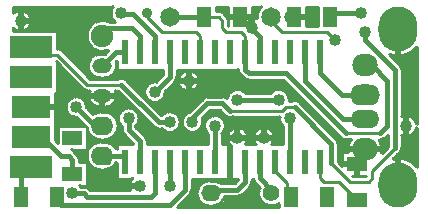
<source format=gtl>
%FSLAX25Y25*%
%MOIN*%
G70*
G01*
G75*
G04 Layer_Physical_Order=1*
G04 Layer_Color=255*
%ADD10C,0.01000*%
%ADD11R,0.07000X0.05000*%
%ADD12R,0.05000X0.07000*%
%ADD13O,0.06500X0.04500*%
%ADD14O,0.07500X0.06250*%
%ADD15O,0.06500X0.05000*%
%ADD16C,0.07500*%
%ADD17R,0.04500X0.07000*%
%ADD18R,0.02362X0.08465*%
%ADD19R,0.06500X0.05000*%
%ADD20C,0.02000*%
%ADD21C,0.01500*%
%ADD22C,0.04000*%
%ADD23O,0.06500X0.05500*%
%ADD24C,0.05500*%
%ADD25C,0.06500*%
%ADD26O,0.08500X0.07500*%
%ADD27O,0.13000X0.15000*%
%ADD28O,0.10000X0.07000*%
%ADD29O,0.09500X0.06000*%
%ADD30R,0.14000X0.07500*%
%ADD31R,0.13000X0.07500*%
%ADD32C,0.03500*%
D10*
X761911Y462521D02*
G03*
X770950Y464944I2839J7480D01*
G01*
X766000Y457500D02*
G03*
X765341Y459091I-2250J0D01*
G01*
X766000Y457500D02*
G03*
X765342Y459090I-2250J0D01*
G01*
X719235Y478450D02*
G03*
X717789Y474394I3265J-3450D01*
G01*
X770950Y439339D02*
G03*
X766000Y441912I-3450J-589D01*
G01*
X728500Y447500D02*
G03*
X722319Y449750I-3500J0D01*
G01*
X728464Y447000D02*
G03*
X728500Y447500I-3464J500D01*
G01*
X731904Y446591D02*
G03*
X729282Y447000I-1591J-1591D01*
G01*
X725286Y441750D02*
G03*
X726500Y438569I3464J-500D01*
G01*
X717000Y475000D02*
G03*
X716250Y476561I-2000J0D01*
G01*
X717789Y474394D02*
G03*
X717000Y474669I-1539J-3144D01*
G01*
X711500Y457476D02*
G03*
X712158Y455910I2250J24D01*
G01*
X711500Y457476D02*
G03*
X712159Y455909I2250J24D01*
G01*
X708250Y473750D02*
G03*
X707661Y475167I-2000J0D01*
G01*
X708250Y473750D02*
G03*
X707664Y475164I-2000J0D01*
G01*
X706417Y476411D02*
G03*
X705000Y477000I-1417J-1411D01*
G01*
X706414Y476414D02*
G03*
X705000Y477000I-1414J-1414D01*
G01*
X713409Y454659D02*
G03*
X715000Y454000I1591J1591D01*
G01*
X713410Y454658D02*
G03*
X715000Y454000I1590J1592D01*
G01*
X707774Y447906D02*
G03*
X706250Y448500I-1524J-1656D01*
G01*
X713931Y449750D02*
G03*
X707774Y447906I-2681J-2250D01*
G01*
X707159Y442159D02*
G03*
X709781Y441750I1591J1591D01*
G01*
X707774Y447906D02*
G03*
X706250Y448500I-1524J-1656D01*
G01*
X701250D02*
G03*
X699659Y447841I0J-2250D01*
G01*
X701250Y448500D02*
G03*
X699660Y447842I0J-2250D01*
G01*
X699750Y440000D02*
G03*
X699495Y441313I-3500J0D01*
G01*
X766000Y435588D02*
G03*
X770950Y438161I1500J3162D01*
G01*
X758552Y434009D02*
G03*
X760341Y434659I198J2241D01*
G01*
X745909D02*
G03*
X748531Y434250I1591J1591D01*
G01*
X749127D02*
G03*
X748096Y430000I4123J-3250D01*
G01*
X759500Y431000D02*
G03*
X758552Y434009I-5250J0D01*
G01*
X744750Y432812D02*
G03*
X744092Y434403I-2250J0D01*
G01*
X744750Y432812D02*
G03*
X744091Y434404I-2250J0D01*
G01*
X723500Y434750D02*
G03*
X717299Y432524I-3500J0D01*
G01*
X722701Y432524D02*
G03*
X723500Y434750I-2701J2226D01*
G01*
X764435Y429107D02*
G03*
X766000Y431250I-685J2143D01*
G01*
X759324Y429653D02*
G03*
X759500Y431000I-5074J1347D01*
G01*
X770950Y425056D02*
G03*
X763171Y427843I-6200J-5056D01*
G01*
X718688Y418130D02*
G03*
X725000Y412813I3812J-1880D01*
G01*
X714750Y434750D02*
G03*
X708549Y432524I-3500J0D01*
G01*
X716508Y421059D02*
G03*
X717159Y419659I2242J191D01*
G01*
X716508Y421059D02*
G03*
X717158Y419660I2242J191D01*
G01*
X713951Y432524D02*
G03*
X714750Y434750I-2701J2226D01*
G01*
X706000Y436069D02*
G03*
X707250Y438750I-2250J2681D01*
G01*
D02*
G03*
X701500Y436069I-3500J0D01*
G01*
X715342Y418410D02*
G03*
X716000Y420000I-1592J1590D01*
G01*
X715341Y418409D02*
G03*
X716000Y420000I-1591J1591D01*
G01*
X711250Y415250D02*
G03*
X712841Y415909I0J2250D01*
G01*
X711250Y415250D02*
G03*
X712840Y415908I0J2250D01*
G01*
X705411Y419750D02*
G03*
X703000Y420500I-2411J-3500D01*
G01*
Y412000D02*
G03*
X707131Y415250I0J4250D01*
G01*
X702000Y420500D02*
G03*
X702000Y412000I0J-4250D01*
G01*
X695342Y415910D02*
G03*
X696000Y417500I-1592J1590D01*
G01*
X698500Y453750D02*
G03*
X698500Y453750I-3500J0D01*
G01*
X669778Y478450D02*
G03*
X670335Y473500I2722J-2200D01*
G01*
X668486D02*
G03*
X668189Y463871I-2236J-4750D01*
G01*
X671000Y458750D02*
G03*
X670770Y460088I-4000J0D01*
G01*
X667000Y454750D02*
G03*
X671000Y458750I0J4000D01*
G01*
X690342Y453410D02*
G03*
X691000Y455000I-1592J1590D01*
G01*
X690341Y453409D02*
G03*
X691000Y455000I-1591J1591D01*
G01*
X687250Y450000D02*
G03*
X687237Y450305I-3500J0D01*
G01*
X684055Y453487D02*
G03*
X687250Y450000I-305J-3487D01*
G01*
X674091Y454091D02*
G03*
X671469Y454500I-1591J-1591D01*
G01*
X671000Y448750D02*
G03*
X670567Y450500I-3750J0D01*
G01*
X667250Y445000D02*
G03*
X671000Y448750I0J3750D01*
G01*
X652664Y463914D02*
G03*
X651250Y464500I-1414J-1414D01*
G01*
X652667Y463911D02*
G03*
X651250Y464500I-1417J-1411D01*
G01*
X642500Y473750D02*
G03*
X636550Y476250I-3500J0D01*
G01*
X639000Y470250D02*
G03*
X642500Y473750I0J3500D01*
G01*
X636550Y471250D02*
G03*
X639000Y470250I2450J2499D01*
G01*
X665500Y462750D02*
G03*
X665500Y454750I0J-4000D01*
G01*
X659833Y451089D02*
G03*
X661250Y450500I1417J1411D01*
G01*
X661933D02*
G03*
X665250Y445000I3317J-1750D01*
G01*
X659836Y451086D02*
G03*
X661250Y450500I1414J1414D01*
G01*
X660987Y444695D02*
G03*
X661000Y445000I-3487J305D01*
G01*
X695136Y443318D02*
G03*
X699750Y440000I1114J-3318D01*
G01*
X692250D02*
G03*
X686069Y442250I-3500J0D01*
G01*
Y437750D02*
G03*
X692250Y440000I2681J2250D01*
G01*
X683410Y438408D02*
G03*
X685000Y437750I1590J1592D01*
G01*
X678500Y441250D02*
G03*
X672750Y438569I-3500J0D01*
G01*
X677250D02*
G03*
X678500Y441250I-2250J2681D01*
G01*
X683409Y438409D02*
G03*
X685000Y437750I1591J1591D01*
G01*
X672750Y437500D02*
G03*
X673408Y435910I2250J0D01*
G01*
X672750Y437500D02*
G03*
X673409Y435909I2250J0D01*
G01*
X695341Y415909D02*
G03*
X696000Y417500I-1591J1591D01*
G01*
X681000Y433750D02*
G03*
X680341Y435341I-2250J0D01*
G01*
X681000Y433750D02*
G03*
X680342Y435340I-2250J0D01*
G01*
X676431Y421372D02*
G03*
X676120Y421059I2319J-2622D01*
G01*
D02*
G03*
X675588Y417250I2630J-2309D01*
G01*
X665625Y443375D02*
G03*
X663074Y442608I0J-4625D01*
G01*
X671500Y438750D02*
G03*
X666875Y443375I-4625J0D01*
G01*
X661022Y438296D02*
G03*
X665625Y434125I4603J454D01*
G01*
X666875D02*
G03*
X671500Y438750I0J4625D01*
G01*
X661000Y445000D02*
G03*
X657805Y441513I-3500J0D01*
G01*
X670916Y431000D02*
G03*
X666875Y433375I-4041J-2250D01*
G01*
Y424125D02*
G03*
X670916Y426500I0J4625D01*
G01*
X658500Y427500D02*
G03*
X657841Y429091I-2250J0D01*
G01*
X656591Y430341D02*
G03*
X656031Y430750I-1591J-1591D01*
G01*
X656590Y430342D02*
G03*
X656031Y430750I-1590J-1592D01*
G01*
X665625Y433375D02*
G03*
X665625Y424125I0J-4625D01*
G01*
X661590Y417842D02*
G03*
X660000Y418500I-1590J-1592D01*
G01*
X661591Y417841D02*
G03*
X660000Y418500I-1591J-1591D01*
G01*
X658500Y427500D02*
G03*
X657842Y429090I-2250J0D01*
G01*
X658931Y418500D02*
G03*
X658700Y418750I-2681J-2250D01*
G01*
X770042Y464000D02*
X770950D01*
X768623Y463000D02*
X770950D01*
X764750Y462000D02*
X770950D01*
X765427Y459000D02*
X770950D01*
X765944Y458000D02*
X770950D01*
X763432Y461000D02*
X770950D01*
X764432Y460000D02*
X770950D01*
X766000Y457500D02*
Y462098D01*
X763000Y461432D02*
Y462194D01*
X761911Y462521D02*
X765340Y459092D01*
X764000Y460432D02*
Y462035D01*
X765000Y459432D02*
Y462004D01*
X762432Y462000D02*
X764750D01*
X770000Y441199D02*
Y463964D01*
X770950Y439339D02*
Y464944D01*
X766000Y457000D02*
X770950D01*
X766000Y456000D02*
X770950D01*
X766000Y453000D02*
X770950D01*
X766000Y452000D02*
X770950D01*
X766000Y455000D02*
X770950D01*
X766000Y454000D02*
X770950D01*
X768000Y442214D02*
Y462690D01*
X769000Y441912D02*
Y463222D01*
X767000Y442214D02*
Y462323D01*
X766000Y441912D02*
Y457500D01*
Y441912D02*
Y457500D01*
X734250Y478450D02*
X738250D01*
Y472000D02*
Y478450D01*
X734250Y478000D02*
X738250D01*
X734250Y477000D02*
X738250D01*
X734250Y474000D02*
X738250D01*
X734250Y473000D02*
X738250D01*
X734250Y476000D02*
X738250D01*
X734250Y475000D02*
X738250D01*
X737000Y472000D02*
Y478450D01*
X738000Y472000D02*
Y478450D01*
X735000Y472000D02*
Y478450D01*
X734250Y472000D02*
X738250D01*
X734250D02*
Y478450D01*
Y472000D02*
X738250D01*
X736000D02*
Y478450D01*
X715000Y454000D02*
X726568D01*
X715000D02*
X726568D01*
X727000Y450372D02*
Y453568D01*
X728000Y449303D02*
Y452568D01*
X698419Y453000D02*
X727568D01*
X698031Y452000D02*
X728568D01*
X723000Y450372D02*
Y454000D01*
X722000Y449750D02*
Y454000D01*
X720000Y449750D02*
Y454000D01*
X721000Y449750D02*
Y454000D01*
X725000Y451000D02*
Y454000D01*
X726000Y450854D02*
Y454000D01*
X724000Y450854D02*
Y454000D01*
X766000Y449000D02*
X770950D01*
X766000Y448000D02*
X770950D01*
X766000Y451000D02*
X770950D01*
X766000Y450000D02*
X770950D01*
X766000Y445000D02*
X770950D01*
X766000Y443000D02*
X770950D01*
X766000Y447000D02*
X770950D01*
X766000Y446000D02*
X770950D01*
X766000Y444000D02*
X770950D01*
X736000Y442494D02*
Y444568D01*
X734000Y444494D02*
Y446568D01*
X735000Y443495D02*
Y445568D01*
X735495Y443000D02*
X737568D01*
X768799Y442000D02*
X770950D01*
X734494Y444000D02*
X736568D01*
X770181Y441000D02*
X770950D01*
X741000Y437495D02*
Y439568D01*
X741495Y437000D02*
X743568D01*
X770531D02*
X770950D01*
X739495Y439000D02*
X741568D01*
X740494Y438000D02*
X742568D01*
X738000Y440494D02*
Y442568D01*
X739000Y439495D02*
Y441568D01*
X736494Y442000D02*
X738568D01*
X737000Y441495D02*
Y443568D01*
X738494Y440000D02*
X740568D01*
X740000Y438494D02*
Y440568D01*
X737495Y441000D02*
X739568D01*
X730000Y447228D02*
Y450568D01*
X731000Y447142D02*
Y449568D01*
X725000Y451000D02*
X729568D01*
X727450Y450000D02*
X730568D01*
X728464Y448000D02*
X732568D01*
X731343Y447000D02*
X733568D01*
X728162Y449000D02*
X731568D01*
X728464Y447000D02*
X729282D01*
X729000D02*
Y451568D01*
X711250Y451000D02*
X725000D01*
X713699Y450000D02*
X722550D01*
X728464Y447000D02*
X729282D01*
X713931Y449750D02*
X722319D01*
X732494Y446000D02*
X734568D01*
X733000Y445495D02*
Y447568D01*
X732000Y446494D02*
Y448568D01*
X733495Y445000D02*
X735568D01*
X721299Y438000D02*
X726500D01*
X722681Y437000D02*
X726500D01*
X721000Y438104D02*
Y441750D01*
X722000Y437622D02*
Y441750D01*
X709781D02*
X725286D01*
X720000Y438250D02*
Y441750D01*
X707019Y440000D02*
X725481D01*
X707241Y439000D02*
X726069D01*
X706431Y441000D02*
X725259D01*
X718000Y476521D02*
Y478450D01*
X717000Y475000D02*
Y478450D01*
X716250D02*
X719235D01*
X716250Y478000D02*
X718817D01*
X717000Y475000D02*
X717750D01*
X717000Y474669D02*
Y475000D01*
X716250Y477000D02*
X718192D01*
X716732Y476000D02*
X717857D01*
X716250Y476561D02*
Y478450D01*
X707000Y475828D02*
Y478450D01*
X708000Y474718D02*
Y478450D01*
X707811Y475000D02*
X708250D01*
X717000Y474669D02*
Y475000D01*
X706828Y476000D02*
X708250D01*
X711069Y457476D02*
X711431D01*
X709000Y450181D02*
Y457476D01*
X708250Y473750D02*
Y478450D01*
Y472078D02*
Y473750D01*
Y472078D02*
Y473750D01*
X708000Y448799D02*
Y457476D01*
X707000Y448371D02*
Y457476D01*
X705000Y477000D02*
X708250D01*
X704250Y478450D02*
X708250D01*
X704250Y478000D02*
X708250D01*
X706417Y476411D02*
X707661Y475167D01*
X706431Y457476D02*
X711069D01*
X706069D02*
X706431D01*
X705000Y477000D02*
Y478450D01*
X706000Y476732D02*
Y478450D01*
X704250Y477000D02*
Y478450D01*
Y477000D02*
X705000D01*
X704250D02*
X705000D01*
X696431Y457476D02*
X701069D01*
X696069D02*
X696431D01*
X702000Y448500D02*
Y457476D01*
X703000Y448500D02*
Y457476D01*
X701069D02*
X701431D01*
X701069D02*
X701431D01*
X706069D02*
X706431D01*
X706000Y448500D02*
Y457476D01*
X704000Y448500D02*
Y457476D01*
X705000Y448500D02*
Y457476D01*
X697000Y456622D02*
Y457476D01*
X698000Y455553D02*
Y457476D01*
X696069D02*
X696431D01*
X696000Y457104D02*
Y457476D01*
X701000Y448486D02*
Y457476D01*
X700000Y448121D02*
Y457476D01*
X699000Y447182D02*
Y457476D01*
X714000Y449750D02*
Y454234D01*
X718000Y449750D02*
Y454000D01*
X717000Y449750D02*
Y454000D01*
X719000Y449750D02*
Y454000D01*
X715000Y449750D02*
Y454000D01*
X716000Y449750D02*
Y454000D01*
X711069Y457476D02*
X711431D01*
X712000Y450919D02*
Y456086D01*
X711000Y450991D02*
Y457476D01*
X710000Y450769D02*
Y457476D01*
X712160Y455908D02*
X713408Y454660D01*
X713000Y450531D02*
Y455068D01*
X719000Y438104D02*
Y441750D01*
X718000Y437622D02*
Y441750D01*
X710000Y438019D02*
Y441750D01*
X712549Y438000D02*
X718701D01*
X713000Y437781D02*
Y441750D01*
X711000Y438241D02*
Y441750D01*
X712000Y438169D02*
Y441750D01*
X707000Y440049D02*
Y442318D01*
X706000Y441431D02*
Y443318D01*
X707169Y438000D02*
X709951D01*
X709000Y437431D02*
Y441514D01*
X706781Y437000D02*
X708569D01*
X701431Y457476D02*
X706069D01*
X698269Y455000D02*
X713068D01*
X696299Y457000D02*
X711556D01*
X697681Y456000D02*
X712073D01*
X701250Y448500D02*
X706250D01*
X701182Y443000D02*
X706318D01*
X698491Y454000D02*
X715000D01*
X697165Y451000D02*
X711250D01*
X698000Y446182D02*
Y451947D01*
X697000Y445182D02*
Y450878D01*
X696000Y444182D02*
Y450396D01*
X702182Y444000D02*
X705318D01*
X702182D02*
X705318D01*
X707159Y442159D01*
X705000Y442019D02*
Y444000D01*
X704000Y442241D02*
Y444000D01*
X699495Y441313D02*
X702182Y444000D01*
X703000Y442169D02*
Y444000D01*
X705049Y442000D02*
X707336D01*
X700182D02*
X702451D01*
X702000Y441781D02*
Y443818D01*
X701000Y440915D02*
Y442818D01*
X699604Y441000D02*
X701069D01*
X699750Y440000D02*
X700481D01*
X699604Y439000D02*
X700259D01*
X699122Y438000D02*
X700331D01*
X769665Y436000D02*
X770950D01*
X760341Y434659D02*
X761500Y435818D01*
X766000Y434000D02*
X770950D01*
X766000Y433000D02*
X770950D01*
X760682Y435000D02*
X761500D01*
X766000D02*
X770950D01*
X759000Y433236D02*
Y434014D01*
X748531Y434250D02*
X749127D01*
X758750Y434000D02*
X761500D01*
X759104Y433000D02*
X761500D01*
X747500Y434000D02*
X748942D01*
X770000Y426036D02*
Y436301D01*
X770950Y425056D02*
Y438161D01*
X761500Y431828D02*
Y435818D01*
X769000Y426778D02*
Y435588D01*
X767000Y427677D02*
Y435286D01*
X768000Y427310D02*
Y435286D01*
X766000Y431250D02*
Y435588D01*
Y427902D02*
Y435588D01*
X761000Y431328D02*
Y435318D01*
X760000Y430328D02*
Y434379D01*
X746000Y425578D02*
Y434573D01*
X748000Y431000D02*
Y434056D01*
X747000Y430000D02*
Y434056D01*
X742000Y436494D02*
Y438568D01*
X743000Y435495D02*
Y437568D01*
X726568Y454000D02*
X745909Y434659D01*
X731904Y446591D02*
X744090Y434404D01*
X743495Y435000D02*
X745568D01*
X744000Y434494D02*
Y436568D01*
X723269Y436000D02*
X726500D01*
X742494D02*
X744568D01*
X723000Y436553D02*
Y441750D01*
X713931Y437000D02*
X717319D01*
X723491Y435000D02*
X726500D01*
X723419Y434000D02*
X726500D01*
X745000Y426578D02*
Y435568D01*
X726500Y432524D02*
Y438569D01*
X744742Y433000D02*
X748396D01*
X744750Y426828D02*
Y432812D01*
X744411Y434000D02*
X747500D01*
X723031Y433000D02*
X726500D01*
X725000Y432524D02*
Y441750D01*
X726000Y432524D02*
Y439085D01*
X724000Y432524D02*
Y441750D01*
X723000Y432524D02*
Y432947D01*
X726069Y432524D02*
X726431D01*
X766000Y432000D02*
X770950D01*
X759404D02*
X761500D01*
X759324Y429653D02*
X761500Y431828D01*
X765986Y431000D02*
X770950D01*
X765621Y430000D02*
X770950D01*
X759500Y431000D02*
X760672D01*
X764328Y429000D02*
X770950D01*
X748000Y430000D02*
Y431000D01*
X746250Y430000D02*
X748096D01*
X746250D02*
X748096D01*
X744750D02*
X746250D01*
X764750Y428000D02*
X770950D01*
X765000Y427996D02*
Y429379D01*
X763171Y427843D02*
X764435Y429107D01*
X768623Y427000D02*
X770950D01*
X770042Y426000D02*
X770950D01*
X763328Y428000D02*
X764750D01*
X764000Y427965D02*
Y428672D01*
X746250Y425328D02*
Y430000D01*
X749578Y422000D02*
X754172D01*
X749578D02*
X754172D01*
X745578Y426000D02*
X746250D01*
X744750Y432000D02*
X748096D01*
X744750Y431000D02*
X748000D01*
X722701Y432524D02*
X726069D01*
X726431D01*
X744750Y427000D02*
X746250D01*
X744750Y426828D02*
X746250Y425328D01*
X744750Y429000D02*
X746250D01*
X744750Y428000D02*
X746250D01*
X716431Y432524D02*
X717299D01*
X717160Y419658D02*
X718688Y418130D01*
X715766Y419000D02*
X717818D01*
X714932Y418000D02*
X718627D01*
X713932Y417000D02*
X718317D01*
X712932Y416000D02*
X718257D01*
X707062Y415000D02*
X718438D01*
X725000Y411550D02*
Y412813D01*
Y411550D02*
Y412813D01*
X724000Y411550D02*
Y412274D01*
X722500Y412000D02*
X725000D01*
X723000Y411550D02*
Y412030D01*
X703000Y412000D02*
X722500D01*
X718000Y411550D02*
Y418818D01*
X719000Y411550D02*
Y413839D01*
X706606Y414000D02*
X718894D01*
X705739Y413000D02*
X719761D01*
X721000Y411550D02*
Y412274D01*
X722000Y411550D02*
Y412030D01*
X720000Y411550D02*
Y412813D01*
X717000Y436553D02*
Y441750D01*
X716000Y432524D02*
Y441750D01*
X714519Y436000D02*
X716731D01*
X715000Y432524D02*
Y441750D01*
X714741Y435000D02*
X716509D01*
X716069Y432524D02*
X716431D01*
X714669Y434000D02*
X716581D01*
X714281Y433000D02*
X716969D01*
X714000Y436915D02*
Y441750D01*
X708000Y436049D02*
Y441629D01*
Y432524D02*
Y433451D01*
X717000Y432524D02*
Y432947D01*
X713951Y432524D02*
X716069D01*
X716431D01*
X716069Y421059D02*
X716431D01*
X716069D02*
X716431D01*
X716000Y420000D02*
Y421059D01*
X711069D02*
X711431D01*
X711069D02*
X711431D01*
X709000Y419750D02*
Y421059D01*
X708000Y419750D02*
Y421059D01*
X707000Y432524D02*
Y437451D01*
X706000Y436000D02*
X707981D01*
X706000Y433000D02*
X708219D01*
X706431Y432524D02*
X708549D01*
X706000Y435000D02*
X707759D01*
X706000Y434000D02*
X707831D01*
X706000Y432524D02*
Y436069D01*
X706069Y432524D02*
X706431D01*
X698053Y437000D02*
X700719D01*
X701500Y432524D02*
Y436069D01*
X701069Y432524D02*
X701431D01*
X706069D02*
X706431D01*
X701069D02*
X701431D01*
X700000D02*
Y441818D01*
X701000Y432524D02*
Y436585D01*
X696431Y432524D02*
X701069D01*
X699000D02*
Y437835D01*
X701069Y421059D02*
X701431D01*
X706431D02*
X711069D01*
X696431D02*
X701069D01*
X701431D01*
X697000Y432524D02*
Y436581D01*
X698000Y432524D02*
Y436969D01*
X696000Y432524D02*
Y436509D01*
X696069Y432524D02*
X696431D01*
X696069D02*
X696431D01*
X698000Y417686D02*
Y421059D01*
X696069D02*
X696431D01*
X716000Y421000D02*
X716514D01*
X711000Y420432D02*
Y421059D01*
X710318Y419750D02*
X711500Y420932D01*
X716000Y420000D02*
X716879D01*
X705000D02*
X710568D01*
X712842Y415910D02*
X715340Y418408D01*
X706069Y421059D02*
X706431D01*
X706069D02*
X706431D01*
X705000Y420000D02*
Y421059D01*
X706000Y419750D02*
Y421059D01*
X707000Y419750D02*
Y421059D01*
X710000Y419750D02*
Y421059D01*
X705411Y419750D02*
X710318D01*
X715000Y411550D02*
Y418068D01*
X717000Y411550D02*
Y419836D01*
X713000Y411550D02*
Y416068D01*
X714000Y411550D02*
Y417068D01*
X712000Y411550D02*
Y415379D01*
X707131Y415250D02*
X711250D01*
X710000Y411550D02*
Y415250D01*
X711000Y411550D02*
Y415250D01*
X708000Y411550D02*
Y415250D01*
X709000Y411550D02*
Y415250D01*
X706000Y411550D02*
Y413240D01*
X707000Y411550D02*
Y414814D01*
X705000Y411550D02*
Y412500D01*
X703000Y420500D02*
Y421059D01*
X704000Y420381D02*
Y421059D01*
X701431D02*
X706069D01*
X700000Y420000D02*
Y421059D01*
X702000Y420500D02*
Y421059D01*
Y420500D02*
X703000D01*
X701000Y420381D02*
Y421059D01*
X696069D02*
X696431D01*
X699000Y419260D02*
Y421059D01*
X696000Y420000D02*
X700000D01*
X696000Y417500D02*
Y421059D01*
Y419000D02*
X698760D01*
X696000Y418000D02*
X698127D01*
X695944Y417000D02*
X697817D01*
X704000Y411550D02*
Y412119D01*
X703000Y411550D02*
Y412000D01*
X702000D02*
X703000D01*
X702000D02*
X703000D01*
X702000Y411550D02*
Y412000D01*
X697000Y411550D02*
Y421059D01*
X698000Y411550D02*
Y414814D01*
X695427Y416000D02*
X697757D01*
X700000Y411550D02*
Y412500D01*
X701000Y411550D02*
Y412119D01*
X699000Y411550D02*
Y413240D01*
X694000Y457104D02*
Y457476D01*
X693000Y456622D02*
Y457476D01*
X691069D02*
X691431D01*
X696069D01*
X691069D02*
X691431D01*
X691000Y457000D02*
X693701D01*
X686069Y457476D02*
X686431D01*
X686500Y455932D02*
Y457476D01*
X676431D02*
X681069D01*
X681431D01*
X676069D02*
X676431D01*
X676069D02*
X676431D01*
X681431D02*
X686069D01*
X686431D01*
X681069D02*
X681431D01*
X686000Y455432D02*
Y457476D01*
X685000Y454432D02*
Y457476D01*
X684000Y453491D02*
Y457476D01*
X683000Y453419D02*
Y457476D01*
X692000Y455553D02*
Y457476D01*
X691000Y455000D02*
Y457476D01*
X678000Y450182D02*
Y457476D01*
X679000Y449182D02*
Y457476D01*
X676000Y452182D02*
Y457476D01*
X677000Y451182D02*
Y457476D01*
X682000Y453031D02*
Y457476D01*
X681000Y452165D02*
Y457476D01*
X680000Y448182D02*
Y457476D01*
X640299Y477000D02*
X669081D01*
X636550Y478450D02*
X669778D01*
X636550Y478000D02*
X669469D01*
X668486Y473500D02*
X670335D01*
X670000D02*
Y473801D01*
X642269Y475000D02*
X669231D01*
X666250Y474000D02*
X669819D01*
X669000Y476250D02*
Y478450D01*
Y473500D02*
Y476250D01*
X667000Y473946D02*
Y478450D01*
X668000Y473700D02*
Y478450D01*
X653578Y463000D02*
X667318D01*
X641681Y476000D02*
X669009D01*
X672000Y454694D02*
Y457476D01*
X673000Y454694D02*
Y457476D01*
X670770Y460088D02*
X671069Y460387D01*
Y457476D02*
Y460387D01*
X674000Y454177D02*
Y457476D01*
X675000Y453182D02*
Y457476D01*
X671069D02*
X676069D01*
X670597Y457000D02*
X686500D01*
X667067Y462749D02*
X668189Y463871D01*
X671000Y458750D02*
Y460318D01*
X665500Y462750D02*
X667000D01*
Y463554D01*
X671000Y454500D02*
Y458750D01*
X691000Y456000D02*
X692319D01*
X691000Y455000D02*
X691731D01*
X689932Y453000D02*
X691581D01*
X688932Y452000D02*
X691969D01*
X687932Y451000D02*
X692835D01*
X690766Y454000D02*
X691509D01*
X684055Y453487D02*
X686500Y455932D01*
X687237Y450305D02*
X690340Y453408D01*
X677182Y451000D02*
X680396D01*
X687250Y450000D02*
X708801D01*
X687104Y449000D02*
X708088D01*
X686622Y448000D02*
X699836D01*
X685553Y447000D02*
X698818D01*
X684000Y444182D02*
Y446509D01*
X682182Y446000D02*
X697818D01*
X683182Y445000D02*
X696818D01*
X680182Y448000D02*
X680878D01*
X681000Y447182D02*
Y447835D01*
X678182Y450000D02*
X680250D01*
X679182Y449000D02*
X680396D01*
X682000Y446182D02*
Y446969D01*
X683000Y445182D02*
Y446581D01*
X681182Y447000D02*
X681947D01*
X674182Y454000D02*
X684568D01*
X669905Y456000D02*
X686500D01*
X668392Y455000D02*
X685568D01*
X675182Y453000D02*
X681947D01*
X676182Y452000D02*
X680878D01*
X670786Y450000D02*
X671818D01*
X670992Y449000D02*
X672818D01*
X669000Y454500D02*
Y455286D01*
X670000Y454500D02*
Y456104D01*
X665500Y454750D02*
X667000D01*
X668000Y454500D02*
Y454877D01*
X670567Y450500D02*
X671318D01*
X671000Y448750D02*
Y450500D01*
X662078Y454500D02*
X671469D01*
X675000Y444750D02*
Y446818D01*
X674000Y444604D02*
Y447818D01*
X670567Y447000D02*
X674818D01*
X669800Y446000D02*
X675818D01*
X676000Y444604D02*
Y445818D01*
X677000Y444122D02*
Y444818D01*
X667250Y445000D02*
X676818D01*
X673000Y444122D02*
Y448818D01*
X670924Y448000D02*
X673818D01*
X665250Y445000D02*
X667250D01*
X665250D02*
X667250D01*
X666000Y473994D02*
Y478450D01*
X665000Y473849D02*
Y478450D01*
X664000Y473493D02*
Y478450D01*
X663000Y472873D02*
Y478450D01*
X662000Y471832D02*
Y478450D01*
X651000Y467000D02*
X661300D01*
X651000Y466000D02*
X661778D01*
X651000Y465000D02*
X662576D01*
X651000Y470250D02*
Y478450D01*
X661000Y468750D02*
Y478450D01*
X649000Y470250D02*
Y478450D01*
X650000Y470250D02*
Y478450D01*
X651000Y469000D02*
X661006D01*
X651000Y468000D02*
X661054D01*
X651000Y470000D02*
X661151D01*
X658000Y458578D02*
Y478450D01*
X659000Y457578D02*
Y478450D01*
X656000Y460578D02*
Y478450D01*
X657000Y459578D02*
Y478450D01*
X663000Y461872D02*
Y464627D01*
X662000Y460686D02*
Y465668D01*
X660000Y456578D02*
Y478450D01*
X661000Y455578D02*
Y468750D01*
X654000Y462578D02*
Y478450D01*
X655000Y461578D02*
Y478450D01*
X652000Y464354D02*
Y478450D01*
X653000Y463578D02*
Y478450D01*
X651000Y464500D02*
Y470250D01*
X641000Y476622D02*
Y478450D01*
X642000Y475553D02*
Y478450D01*
X642491Y474000D02*
X666250D01*
X642419Y473000D02*
X663168D01*
X642031Y472000D02*
X662127D01*
X641165Y471000D02*
X661507D01*
X639000Y477250D02*
Y478450D01*
X640000Y477104D02*
Y478450D01*
X638000Y477104D02*
Y478450D01*
X637000Y476622D02*
Y478450D01*
X636550Y476250D02*
Y478450D01*
Y477000D02*
X637701D01*
X647000Y470250D02*
Y478450D01*
X648000Y470250D02*
Y478450D01*
X645000Y470250D02*
Y478450D01*
X646000Y470250D02*
Y478450D01*
X643000Y470250D02*
Y478450D01*
X644000Y470250D02*
Y478450D01*
X639000Y470250D02*
X651000D01*
X642000D02*
Y471947D01*
X636550Y470250D02*
Y471250D01*
X637000Y470250D02*
Y470878D01*
X641000Y470250D02*
Y470878D01*
X636550Y470250D02*
X639000D01*
X666000Y462750D02*
Y463506D01*
X665000Y462719D02*
Y463651D01*
X664000Y462458D02*
Y464007D01*
X663000Y454500D02*
Y455627D01*
X664000Y454500D02*
Y455042D01*
X660578Y456000D02*
X662595D01*
X661578Y455000D02*
X664108D01*
X658578Y458000D02*
X661571D01*
X659578Y457000D02*
X661903D01*
X656578Y460000D02*
X661700D01*
X657578Y459000D02*
X661508D01*
X662000Y454578D02*
Y456813D01*
X661250Y450500D02*
X661933D01*
X660854Y446000D02*
X662701D01*
X661000Y445000D02*
X665250D01*
X659303Y448000D02*
X661576D01*
X660372Y447000D02*
X661933D01*
X659000Y448162D02*
Y451922D01*
X660000Y447449D02*
Y450939D01*
X657000Y448464D02*
Y453922D01*
X658000Y448464D02*
Y452922D01*
X661000Y445000D02*
Y450516D01*
Y444682D02*
Y445000D01*
X654578Y462000D02*
X663168D01*
X655578Y461000D02*
X662193D01*
X652573Y464000D02*
X664014D01*
X652667Y463911D02*
X662078Y454500D01*
X651000Y452000D02*
X658922D01*
X651000Y451000D02*
X659927D01*
X651000Y453000D02*
X657922D01*
X651000Y459922D02*
X659833Y451089D01*
X651000Y458000D02*
X652922D01*
X651000Y457000D02*
X653922D01*
X650672Y460250D02*
X651000Y459922D01*
Y459000D02*
X651922D01*
X651000Y455000D02*
X655922D01*
X651000Y454000D02*
X656922D01*
X651000Y456000D02*
X654922D01*
X656000Y448162D02*
Y454922D01*
X655000Y447449D02*
Y455922D01*
X651000Y450000D02*
X661715D01*
X650500Y449000D02*
X661508D01*
X650500Y447000D02*
X654628D01*
X650500Y444000D02*
X654146D01*
X650500Y448000D02*
X655697D01*
X651000Y449750D02*
Y459922D01*
X654000Y445000D02*
Y456922D01*
X650500Y449750D02*
X651000D01*
Y459750D01*
X650500Y446000D02*
X654146D01*
X650500Y445000D02*
X654000D01*
X695136Y443318D02*
X699658Y447840D01*
X695000Y443269D02*
Y450250D01*
X694000Y442681D02*
Y450396D01*
X693000Y441299D02*
Y450878D01*
X691622Y442000D02*
X693378D01*
X692104Y441000D02*
X692896D01*
X684182Y444000D02*
X695818D01*
X690553Y443000D02*
X694447D01*
X690000Y443269D02*
Y453068D01*
X692000Y441299D02*
Y451947D01*
X689000Y443491D02*
Y452068D01*
X688000Y443419D02*
Y451068D01*
X687000Y443031D02*
Y448701D01*
X685182Y443000D02*
X686947D01*
X685000Y443182D02*
Y446731D01*
X692250Y440000D02*
X692750D01*
X693000Y432524D02*
Y438701D01*
X694000Y432524D02*
Y437319D01*
X692104Y439000D02*
X692896D01*
X691622Y438000D02*
X693378D01*
X685000Y437750D02*
X686069D01*
X692000Y432524D02*
Y438701D01*
X684000Y432524D02*
Y437984D01*
X686000Y432524D02*
Y437750D01*
X691000Y432524D02*
Y437319D01*
X685000Y432524D02*
Y437750D01*
X678031Y443000D02*
X678818D01*
X674091Y454091D02*
X685932Y442250D01*
X671318Y450500D02*
X683408Y438410D01*
X678419Y442000D02*
X679818D01*
X678491Y441000D02*
X680818D01*
X678269Y440000D02*
X681818D01*
X677681Y439000D02*
X682818D01*
X677165Y444000D02*
X677818D01*
X678000Y443053D02*
Y443818D01*
X661682Y444000D02*
X672835D01*
X672000Y443053D02*
Y449818D01*
X671493Y439000D02*
X672319D01*
X668699Y443000D02*
X671969D01*
X682000Y432524D02*
Y439818D01*
X683000Y432524D02*
Y438818D01*
X680000Y435682D02*
Y441818D01*
X681000Y433750D02*
Y440818D01*
X678682Y437000D02*
X686947D01*
X677682Y438000D02*
X683969D01*
X677250Y438432D02*
X680340Y435342D01*
X678000Y437682D02*
Y439447D01*
X679000Y436682D02*
Y442818D01*
X672750Y437500D02*
Y438569D01*
X672000Y432524D02*
Y439447D01*
X671439Y438000D02*
X672750D01*
X690553Y437000D02*
X694447D01*
X695000Y432524D02*
Y436731D01*
X680621Y435000D02*
X701500D01*
X680986Y434000D02*
X701500D01*
X691069Y432524D02*
X691431D01*
X696069D01*
X681000Y433000D02*
X701500D01*
X691069Y432524D02*
X691431D01*
X689000D02*
Y436509D01*
X690000Y432524D02*
Y436731D01*
X681000Y432524D02*
Y433750D01*
X688000Y432524D02*
Y436581D01*
X681069Y432524D02*
X681431D01*
X686069D01*
X681069D02*
X681431D01*
X695000Y411550D02*
Y415568D01*
X694432Y415000D02*
X697938D01*
X690982Y411550D02*
X695340Y415908D01*
X693432Y414000D02*
X698394D01*
X692432Y413000D02*
X699261D01*
X691432Y412000D02*
X702000D01*
X690982Y411550D02*
X725000D01*
X686431Y432524D02*
X691069D01*
X687000D02*
Y436969D01*
X686069Y432524D02*
X686431D01*
X686069D02*
X686431D01*
X693000Y411550D02*
Y413568D01*
X694000Y411550D02*
Y414568D01*
X692000Y411550D02*
Y412568D01*
X679682Y436000D02*
X701500D01*
X673410Y435908D02*
X676500Y432818D01*
X676000Y432524D02*
Y433318D01*
X676069Y432524D02*
X676431D01*
X668699Y433000D02*
X676318D01*
X671069Y432524D02*
X676069D01*
X673000D02*
Y436469D01*
X674000Y432524D02*
Y435318D01*
X671156Y437000D02*
X672806D01*
X670594Y436000D02*
X673323D01*
X669582Y435000D02*
X674318D01*
X675000Y432524D02*
Y434318D01*
X661000Y434000D02*
X675318D01*
X676069Y432524D02*
X676431D01*
X671069Y421059D02*
X676069D01*
X662182Y417250D02*
X675588D01*
X661250Y421000D02*
X676069D01*
X674000Y417250D02*
Y421059D01*
X675000Y417250D02*
Y421059D01*
X672000Y417250D02*
Y421059D01*
X673000Y417250D02*
Y421059D01*
X661250Y419000D02*
X675259D01*
X661414Y418000D02*
X675331D01*
X661250Y420000D02*
X675481D01*
X670000Y442160D02*
Y446201D01*
X671000Y440842D02*
Y448750D01*
X668000Y443236D02*
Y445076D01*
X669000Y442858D02*
Y445433D01*
X670166Y442000D02*
X671581D01*
X670916Y441000D02*
X671509D01*
X665625Y443375D02*
X666875D01*
X667000Y443373D02*
Y445000D01*
X665000Y443333D02*
Y445008D01*
X664000Y443080D02*
Y445215D01*
X662000Y443682D02*
Y446879D01*
X663000Y442682D02*
Y445750D01*
X666000Y443375D02*
Y445000D01*
X662682Y443000D02*
X663801D01*
X671328Y440000D02*
X671731D01*
X669000Y432858D02*
Y434642D01*
X670000Y432160D02*
Y435340D01*
X668000Y433236D02*
Y434264D01*
X664000Y433080D02*
Y434420D01*
X661000Y436000D02*
X661906D01*
X662000Y431622D02*
Y435878D01*
X661000Y437000D02*
X661344D01*
X661000Y435000D02*
Y438318D01*
X663000Y432558D02*
Y434942D01*
X661000Y430750D02*
Y435000D01*
X662918D01*
X660987Y444695D02*
X663074Y442608D01*
X656000Y438750D02*
Y441838D01*
X650500Y441000D02*
X658318D01*
X659000Y438750D02*
Y440318D01*
X660000Y438750D02*
Y439318D01*
X650500Y440000D02*
X659318D01*
X650500Y439000D02*
X660318D01*
X654000Y438750D02*
Y445000D01*
X655000Y438750D02*
Y442551D01*
X650500Y443000D02*
X654628D01*
X650500Y440250D02*
Y449750D01*
Y439750D02*
Y440250D01*
Y439750D02*
Y440250D01*
Y442000D02*
X655697D01*
X657000Y438750D02*
Y441536D01*
X657805Y441513D02*
X660568Y438750D01*
X652000D02*
Y458922D01*
X653000Y438750D02*
Y457922D01*
X660568Y438750D02*
X661000Y438318D01*
Y430750D02*
Y438318D01*
X651500Y438750D02*
X660568D01*
X658000D02*
Y441318D01*
X651000Y433432D02*
Y449750D01*
X651500Y432932D02*
Y438750D01*
X650500Y438000D02*
X651500D01*
X650500Y433932D02*
Y439750D01*
Y436000D02*
X651500D01*
X650500Y435000D02*
X651500D01*
X650500Y437000D02*
X651500D01*
X667000Y433373D02*
Y434127D01*
X671069Y431000D02*
Y432524D01*
X665625Y434125D02*
X666875D01*
X670166Y432000D02*
X671069D01*
X670594Y426000D02*
X671069D01*
X669582Y425000D02*
X671069D01*
X665625Y433375D02*
X666875D01*
X666000D02*
Y434125D01*
X665000Y433333D02*
Y434167D01*
X661000Y431000D02*
X661584D01*
X661250Y425000D02*
X662918D01*
X665625Y424125D02*
X666875D01*
X661250Y426000D02*
X661906D01*
X671069Y421059D02*
Y426500D01*
X670000Y417250D02*
Y425340D01*
X668000Y417250D02*
Y424264D01*
X669000Y417250D02*
Y424642D01*
X661250Y424000D02*
X671069D01*
X667000Y417250D02*
Y424127D01*
X661250Y423000D02*
X671069D01*
X661250Y422000D02*
X671069D01*
X663000Y417250D02*
Y424942D01*
X664000Y417250D02*
Y424420D01*
X661250Y418750D02*
Y426750D01*
X662000Y417432D02*
Y425878D01*
X665000Y417250D02*
Y424167D01*
X666000Y417250D02*
Y424125D01*
X661592Y417840D02*
X662182Y417250D01*
X661000Y433000D02*
X663801D01*
X661000Y432000D02*
X662334D01*
X656031Y430750D02*
X661000D01*
Y428750D02*
Y430750D01*
X657927Y429000D02*
X661007D01*
X658444Y428000D02*
X661061D01*
X656932Y430000D02*
X661172D01*
X657000Y429932D02*
Y430750D01*
X658000Y428914D02*
Y430750D01*
X650500Y434000D02*
X651500D01*
X650500Y433932D02*
X651500Y432932D01*
X656592Y430340D02*
X657840Y429092D01*
X661000Y426750D02*
Y428750D01*
X658500Y427000D02*
X661344D01*
X658500Y426750D02*
X661250D01*
X658700Y418750D02*
X661250D01*
X659000Y426750D02*
Y430750D01*
X660000Y426750D02*
Y430750D01*
X658500Y426750D02*
Y427500D01*
X658931Y418500D02*
X660000D01*
X661000Y418266D02*
Y418750D01*
X727851Y415000D02*
X729000D01*
X727750Y415101D02*
X727851Y415000D01*
X727750Y415101D02*
Y419750D01*
X723750Y423750D02*
X727750Y419750D01*
X723750Y423750D02*
Y426791D01*
X756250Y421250D02*
Y423750D01*
X750000Y414000D02*
Y415000D01*
X756250Y423750D02*
X763750Y431250D01*
X748750Y420000D02*
X755000D01*
X756250Y421250D01*
X661250Y452500D02*
X672500D01*
X651250Y462500D02*
X661250Y452500D01*
X686250Y470000D02*
X697500D01*
X681250Y475000D02*
X686250Y470000D01*
X681250Y475000D02*
Y476250D01*
X715000Y472500D02*
Y475000D01*
X726250Y470000D02*
X741250D01*
X743750Y467500D01*
X708750Y443750D02*
X726250D01*
X642500Y465000D02*
X645000Y462500D01*
X651250D01*
X726250Y443750D02*
X727500Y445000D01*
X730312D01*
X742500Y426250D02*
X748750Y420000D01*
X738750Y421250D02*
Y426791D01*
Y421250D02*
X740000Y420000D01*
X745000D01*
X750000Y415000D01*
X722500Y473750D02*
X726250Y470000D01*
X722500Y473750D02*
Y475000D01*
X697500Y470000D02*
X698750Y468750D01*
Y463209D02*
Y468750D01*
X705000Y475000D02*
X706250Y473750D01*
X700250Y475000D02*
X705000D01*
X706250Y471250D02*
Y473750D01*
Y471250D02*
X707500Y470000D01*
X712500D01*
X713750Y468750D01*
Y463209D02*
Y468750D01*
X747500Y436250D02*
X758750D01*
D11*
X751250Y426000D02*
D03*
Y414000D02*
D03*
X656250Y422750D02*
D03*
D12*
X712250Y475000D02*
D03*
X700250D02*
D03*
X730250D02*
D03*
X742250D02*
D03*
X741000Y415000D02*
D03*
X729000D02*
D03*
X639000D02*
D03*
D13*
X666250Y448750D02*
D03*
D14*
Y438750D02*
D03*
Y428750D02*
D03*
D15*
Y458750D02*
D03*
D16*
Y468750D02*
D03*
D17*
X651000Y415000D02*
D03*
D18*
X703750Y426791D02*
D03*
X673750D02*
D03*
X678750D02*
D03*
X683750D02*
D03*
X698750D02*
D03*
X708750D02*
D03*
X713750D02*
D03*
X718750D02*
D03*
X673750Y463209D02*
D03*
X678750D02*
D03*
X683750D02*
D03*
X693750D02*
D03*
X698750D02*
D03*
X703750D02*
D03*
X708750D02*
D03*
X713750D02*
D03*
X718750D02*
D03*
X723750Y426791D02*
D03*
X728750D02*
D03*
X733750D02*
D03*
X738750D02*
D03*
X723750Y463209D02*
D03*
X728750D02*
D03*
X733750D02*
D03*
X738750D02*
D03*
X693750Y426791D02*
D03*
X688750D02*
D03*
Y463209D02*
D03*
D19*
X656250Y434750D02*
D03*
D20*
X764750Y462500D02*
Y471000D01*
X730250Y475000D02*
X733750D01*
X767500Y438750D02*
Y441750D01*
X716250Y471250D02*
Y474250D01*
X708750Y475000D02*
X712250D01*
X715750D01*
X767500Y435750D02*
Y438750D01*
X720000Y434750D02*
Y437750D01*
Y434750D02*
X723000D01*
X717000D02*
X720000D01*
X753750Y431000D02*
X759000D01*
X748500D02*
X753750D01*
X764750Y419000D02*
Y427500D01*
X751250Y422500D02*
Y426000D01*
X746750D02*
X751250D01*
X711250Y434750D02*
Y437750D01*
Y434750D02*
X714250D01*
X708250D02*
X711250D01*
X708750Y426791D02*
Y432024D01*
Y421559D02*
Y426791D01*
X695000Y453750D02*
Y456750D01*
X692000Y453750D02*
X695000D01*
Y450750D02*
Y453750D01*
X698000D01*
X666250Y448750D02*
X670500D01*
X639000Y473750D02*
X642000D01*
X639000D02*
Y476750D01*
Y470750D02*
Y473750D01*
X666250Y445500D02*
Y448750D01*
X662000D02*
X666250D01*
X642500Y445000D02*
X650000D01*
X675750Y418750D02*
X678750D01*
D21*
X718750Y421250D02*
X722500Y417500D01*
X718750Y421250D02*
Y426791D01*
X657500Y445000D02*
X663750Y438750D01*
X666250D01*
X712250Y475000D02*
X718750Y468500D01*
X753750Y467500D02*
Y470000D01*
Y467500D02*
X763750Y457500D01*
X696250Y440000D02*
Y441250D01*
X706250Y446250D02*
X708750Y443750D01*
X696250Y441250D02*
X701250Y446250D01*
X706250D01*
X672500Y452500D02*
X685000Y440000D01*
X688750D01*
X678750Y426791D02*
Y433750D01*
X675000Y437500D02*
X678750Y433750D01*
X675000Y437500D02*
Y441250D01*
X730312Y445000D02*
X742500Y432812D01*
Y426250D02*
Y432812D01*
X763750Y431250D02*
Y457500D01*
X688750Y418750D02*
Y426791D01*
X652500Y412500D02*
X688750D01*
X651000Y414000D02*
Y415250D01*
X682500Y415000D02*
X683750Y416250D01*
Y426791D01*
X688750Y412500D02*
X693750Y417500D01*
Y426791D01*
X743500Y476250D02*
X752500D01*
X742250Y475000D02*
X743500Y476250D01*
X718750Y463209D02*
Y468500D01*
X683750Y450000D02*
X688750Y455000D01*
Y463209D01*
X703750Y426791D02*
Y438750D01*
X683750Y463209D02*
Y468750D01*
X672500Y476000D02*
X676500D01*
X683750Y468750D01*
X711250Y447500D02*
X725000D01*
X702500Y417500D02*
X711250D01*
X713750Y420000D01*
Y426791D01*
X666250Y428750D02*
X668209Y426791D01*
X667500Y428750D02*
X673041D01*
X676250Y471250D02*
X678750Y468750D01*
X666250D02*
Y470000D01*
X678750Y463209D02*
Y468750D01*
X666250Y470000D02*
X667500Y471250D01*
X676250D01*
X670709Y463209D02*
X673750D01*
X666250Y458750D02*
X670709Y463209D01*
X651000Y414000D02*
X652500Y412500D01*
X639000Y415000D02*
Y424000D01*
X656250Y416250D02*
X660000D01*
X661250Y415000D01*
X682500D01*
X656250Y422750D02*
Y427500D01*
X655000Y428750D02*
X656250Y427500D01*
X652500Y428750D02*
X655000D01*
X646250Y435000D02*
X652500Y428750D01*
X738750Y456250D02*
Y463209D01*
Y456250D02*
X746000Y449000D01*
X753750D01*
X733750Y453750D02*
X746500Y441000D01*
X733750Y453750D02*
Y463209D01*
X746500Y441000D02*
X753750D01*
X688750Y475000D02*
X700250D01*
X728750Y426791D02*
Y441250D01*
X713750Y457500D02*
Y463209D01*
Y457500D02*
X715000Y456250D01*
X727500D01*
X747500Y436250D01*
X761250Y438750D02*
Y453750D01*
X756000Y459000D02*
X761250Y453750D01*
X753750Y459000D02*
X756000D01*
X758750Y436250D02*
X761250Y438750D01*
D22*
X695000Y453750D02*
D03*
X639000Y473750D02*
D03*
X657500Y445000D02*
D03*
X753750Y470000D02*
D03*
X743750Y467500D02*
D03*
X728750Y475000D02*
D03*
X767500Y438750D02*
D03*
X696250Y440000D02*
D03*
X688750D02*
D03*
X675000Y441250D02*
D03*
X688750Y418750D02*
D03*
X752500Y476250D02*
D03*
X683750Y450000D02*
D03*
X703750Y438750D02*
D03*
X741000Y415000D02*
D03*
X728750Y441250D02*
D03*
X672500Y476250D02*
D03*
X711250Y447500D02*
D03*
X725000D02*
D03*
X656250Y416250D02*
D03*
X657500Y435000D02*
D03*
X720000Y434750D02*
D03*
X711250D02*
D03*
X716250Y471250D02*
D03*
X678750Y418750D02*
D03*
D23*
X702500Y416250D02*
D03*
D24*
X722500D02*
D03*
D25*
X688750Y475000D02*
D03*
X722500D02*
D03*
D26*
X753750Y459000D02*
D03*
Y431000D02*
D03*
D27*
X764750Y471000D02*
D03*
Y419000D02*
D03*
D28*
X753750Y449000D02*
D03*
D29*
Y441000D02*
D03*
D30*
X642500Y425000D02*
D03*
Y465000D02*
D03*
Y455000D02*
D03*
D31*
Y435000D02*
D03*
Y445000D02*
D03*
D32*
X681250Y476250D02*
D03*
M02*

</source>
